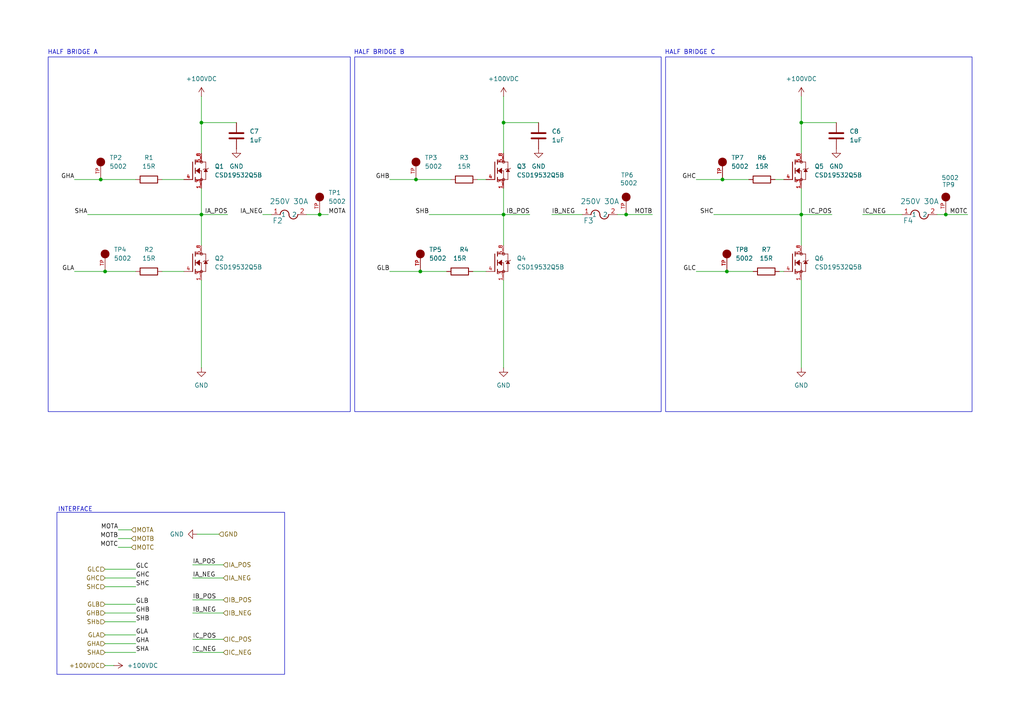
<source format=kicad_sch>
(kicad_sch (version 20250114) (generator "eeschema") (generator_version "9.0")
  (paper "A4")
  (title_block (date "2025-04-19") (rev "1"))
  (lib_symbols
    (symbol "2025-02-24_21-09-15:0463030.ER" (pin_names (offset 0.254))
      (property "Reference" "F" (at 5.08 3.175 0))
      (property "Value" "0463030.ER" (at 5.08 -3.175 0))
      (symbol "0463030.ER_1_1"
        (arc (start 2.54 0) (mid 3.81 1.2645) (end 5.08 0) (stroke (width 0.254)))
        (arc (start 7.62 0) (mid 6.35 -1.2645) (end 5.08 0) (stroke (width 0.254)))
        (pin unspecified line (at 0 0 0) (length 2.54) (name "1") (number "1"))
        (pin unspecified line (at 10.16 0 180) (length 2.54) (name "2") (number "2"))
      )
      (symbol "0463030.ER_1_2"
        (arc (start 0 7.62) (mid 1.2645 6.35) (end 0 5.08) (stroke (width 0.254)))
        (arc (start 0 2.54) (mid -1.2645 3.81) (end 0 5.08) (stroke (width 0.254)))
        (pin unspecified line (at 0 10.16 270) (length 2.54) (name "2") (number "2"))
        (pin unspecified line (at 0 0 90) (length 2.54) (name "1") (number "1"))
      )
    )
    (symbol "5002:5002" (pin_names (offset 1.016))
      (property "Reference" "TP" (at -2.5444 2.5415 0))
      (property "Value" "5002" (at -2.55 -5.0866 0))
      (symbol "5002_0_0"
        (circle (center 0 0) (radius 0.635) (stroke (width 1.27)))
        (pin passive line (at -5.08 0 0) (length 5.08) (name "~") (number "TP"))
      )
    )
    (symbol "CSD19532Q5B:CSD19532Q5B" (pin_names (offset 1.016))
      (property "Reference" "Q" (at -8.89 2.54 0))
      (property "Value" "CSD19532Q5B" (at -8.89 -7.62 0))
      (symbol "CSD19532Q5B_0_0"
        (polyline (pts (xy 0 2.54) (xy 0 -2.54)) (stroke (width 0.254)))
        (polyline (pts (xy 0.762 3.175) (xy 0.762 2.54)) (stroke (width 0.254)))
        (polyline (pts (xy 0.762 2.54) (xy 0.762 1.905)) (stroke (width 0.254)))
        (polyline (pts (xy 0.762 2.54) (xy 3.81 2.54)) (stroke (width 0.1524)))
        (polyline (pts (xy 0.762 0.762) (xy 0.762 0)) (stroke (width 0.254)))
        (polyline (pts (xy 0.762 0) (xy 0.762 -0.762)) (stroke (width 0.254)))
        (polyline (pts (xy 0.762 0) (xy 2.54 0)) (stroke (width 0.1524)))
        (polyline (pts (xy 0.762 -1.905) (xy 0.762 -2.54)) (stroke (width 0.254)))
        (polyline (pts (xy 0.762 -2.54) (xy 0.762 -3.175)) (stroke (width 0.254)))
        (polyline (pts (xy 1.016 0) (xy 2.032 0.762) (xy 2.032 -0.762) (xy 1.016 0)) (stroke (width 0.1524)) (fill (type outline)))
        (circle (center 2.54 2.54) (radius 0.3592))
        (polyline (pts (xy 2.54 0) (xy 2.54 -2.54)) (stroke (width 0.1524)))
        (polyline (pts (xy 2.54 -2.54) (xy 0.762 -2.54)) (stroke (width 0.1524)))
        (polyline (pts (xy 2.54 -2.54) (xy 3.81 -2.54)) (stroke (width 0.1524)))
        (circle (center 2.54 -2.54) (radius 0.3592))
        (polyline (pts (xy 3.302 0.508) (xy 3.048 0.254)) (stroke (width 0.1524)))
        (polyline (pts (xy 3.81 2.54) (xy 3.81 0.508)) (stroke (width 0.1524)))
        (polyline (pts (xy 3.81 0.508) (xy 3.302 0.508)) (stroke (width 0.1524)))
        (polyline (pts (xy 3.81 0.508) (xy 3.81 -2.54)) (stroke (width 0.1524)))
        (polyline (pts (xy 3.81 0.508) (xy 3.302 -0.254) (xy 4.318 -0.254) (xy 3.81 0.508)) (stroke (width 0.1524)) (fill (type outline)))
        (polyline (pts (xy 4.318 0.508) (xy 3.81 0.508)) (stroke (width 0.1524)))
        (polyline (pts (xy 4.572 0.762) (xy 4.318 0.508)) (stroke (width 0.1524)))
        (pin passive line (at -2.54 -2.54 0) (length 2.54) (name "~") (number "4"))
        (pin passive line (at 2.54 5.08 270) (length 2.54) (name "~") (number "5_8"))
        (pin passive line (at 2.54 -5.08 90) (length 2.54) (name "~") (number "1_3"))
      )
    )
    (symbol "CSD19532Q5B_1" (pin_names (offset 1.016))
      (property "Reference" "Q2" (at 6.35 1.2701 0))
      (property "Value" "CSD19532Q5B" (at 6.35 -1.2699 0))
      (symbol "CSD19532Q5B_1_0_0"
        (polyline (pts (xy 0 2.54) (xy 0 -2.54)) (stroke (width 0.254)))
        (polyline (pts (xy 0.762 3.175) (xy 0.762 2.54)) (stroke (width 0.254)))
        (polyline (pts (xy 0.762 2.54) (xy 0.762 1.905)) (stroke (width 0.254)))
        (polyline (pts (xy 0.762 2.54) (xy 3.81 2.54)) (stroke (width 0.1524)))
        (polyline (pts (xy 0.762 0.762) (xy 0.762 0)) (stroke (width 0.254)))
        (polyline (pts (xy 0.762 0) (xy 0.762 -0.762)) (stroke (width 0.254)))
        (polyline (pts (xy 0.762 0) (xy 2.54 0)) (stroke (width 0.1524)))
        (polyline (pts (xy 0.762 -1.905) (xy 0.762 -2.54)) (stroke (width 0.254)))
        (polyline (pts (xy 0.762 -2.54) (xy 0.762 -3.175)) (stroke (width 0.254)))
        (polyline (pts (xy 1.016 0) (xy 2.032 0.762) (xy 2.032 -0.762) (xy 1.016 0)) (stroke (width 0.1524)) (fill (type outline)))
        (circle (center 2.54 2.54) (radius 0.3592))
        (polyline (pts (xy 2.54 0) (xy 2.54 -2.54)) (stroke (width 0.1524)))
        (polyline (pts (xy 2.54 -2.54) (xy 0.762 -2.54)) (stroke (width 0.1524)))
        (polyline (pts (xy 2.54 -2.54) (xy 3.81 -2.54)) (stroke (width 0.1524)))
        (circle (center 2.54 -2.54) (radius 0.3592))
        (polyline (pts (xy 3.302 0.508) (xy 3.048 0.254)) (stroke (width 0.1524)))
        (polyline (pts (xy 3.81 2.54) (xy 3.81 0.508)) (stroke (width 0.1524)))
        (polyline (pts (xy 3.81 0.508) (xy 3.302 0.508)) (stroke (width 0.1524)))
        (polyline (pts (xy 3.81 0.508) (xy 3.81 -2.54)) (stroke (width 0.1524)))
        (polyline (pts (xy 3.81 0.508) (xy 3.302 -0.254) (xy 4.318 -0.254) (xy 3.81 0.508)) (stroke (width 0.1524)) (fill (type outline)))
        (polyline (pts (xy 4.318 0.508) (xy 3.81 0.508)) (stroke (width 0.1524)))
        (polyline (pts (xy 4.572 0.762) (xy 4.318 0.508)) (stroke (width 0.1524)))
        (pin passive line (at -2.54 -2.54 0) (length 2.54) (name "~") (number "4"))
        (pin passive line (at 2.54 5.08 270) (length 2.54) (name "~") (number "5_8"))
        (pin passive line (at 2.54 -5.08 90) (length 2.54) (name "~") (number "1_3"))
      )
    )
    (symbol "Device:C" (pin_numbers (hide yes)) (pin_names (offset 0.254))
      (property "Reference" "C" (at 0.635 2.54 0))
      (property "Value" "C" (at 0.635 -2.54 0))
      (symbol "C_0_1"
        (polyline (pts (xy -2.032 0.762) (xy 2.032 0.762)) (stroke (width 0.508)))
        (polyline (pts (xy -2.032 -0.762) (xy 2.032 -0.762)) (stroke (width 0.508)))
      )
      (symbol "C_1_1"
        (pin passive line (at 0 3.81 270) (length 2.794) (name "~") (number "1"))
        (pin passive line (at 0 -3.81 90) (length 2.794) (name "~") (number "2"))
      )
    )
    (symbol "Device:R" (pin_numbers (hide yes)) (pin_names (offset 0))
      (property "Reference" "R" (at 2.032 0 90))
      (property "Value" "R" (at 0 0 90))
      (symbol "R_0_1"
        (rectangle (start -1.016 -2.54) (end 1.016 2.54) (stroke (width 0.254)))
      )
      (symbol "R_1_1"
        (pin passive line (at 0 3.81 270) (length 1.27) (name "~") (number "1"))
        (pin passive line (at 0 -3.81 90) (length 1.27) (name "~") (number "2"))
      )
    )
    (symbol "power:+12V" (power) (pin_numbers (hide yes)) (pin_names (offset 0) (hide yes))
      (property "Value" "+12V" (at 0 3.556 0))
      (symbol "+12V_0_1"
        (polyline (pts (xy -0.762 1.27) (xy 0 2.54)))
        (polyline (pts (xy 0 2.54) (xy 0.762 1.27)))
        (polyline (pts (xy 0 0) (xy 0 2.54)))
      )
      (symbol "+12V_1_1"
        (pin power_in line (at 0 0 90) (length 0) (name "~") (number "1"))
      )
    )
    (symbol "power:GND" (power) (pin_numbers (hide yes)) (pin_names (offset 0) (hide yes))
      (property "Value" "GND" (at 0 -3.81 0))
      (symbol "GND_0_1"
        (polyline (pts (xy 0 0) (xy 0 -1.27) (xy 1.27 -1.27) (xy 0 -2.54) (xy -1.27 -1.27) (xy 0 -1.27)))
      )
      (symbol "GND_1_1"
        (pin power_in line (at 0 0 270) (length 0) (name "~") (number "1"))
      )
    )
  )
  (rectangle (start 193.04 16.51) (end 281.94 119.38))
  (rectangle (start 16.51 148.59) (end 82.55 195.58))
  (rectangle (start 13.97 16.51) (end 101.6 119.38))
  (rectangle (start 102.87 16.51) (end 191.77 119.38))
  (text "HALF BRIDGE B\n" (at 109.982 15.24 0) (effects (font (size 1.27 1.27))))
  (text "HALF BRIDGE A\n" (at 21.082 15.24 0) (effects (font (size 1.27 1.27))))
  (text "INTERFACE\n" (at 21.844 147.828 0) (effects (font (size 1.27 1.27))))
  (text "HALF BRIDGE C\n" (at 200.152 15.24 0) (effects (font (size 1.27 1.27))))
  (junction (at 146.05 35.56))
  (junction (at 274.32 62.23))
  (junction (at 232.41 62.23))
  (junction (at 58.42 35.56))
  (junction (at 29.21 52.07))
  (junction (at 209.55 52.07))
  (junction (at 210.82 78.74))
  (junction (at 181.61 62.23))
  (junction (at 92.71 62.23))
  (junction (at 30.48 78.74))
  (junction (at 146.05 62.23))
  (junction (at 232.41 35.56))
  (junction (at 121.92 78.74))
  (junction (at 58.42 62.23))
  (junction (at 120.65 52.07))
  (wire (pts (xy 121.92 78.74) (xy 129.54 78.74)))
  (wire (pts (xy 38.1 158.75) (xy 34.29 158.75)))
  (wire (pts (xy 55.88 163.83) (xy 64.77 163.83)))
  (wire (pts (xy 39.37 175.26) (xy 30.48 175.26)))
  (wire (pts (xy 210.82 78.74) (xy 218.44 78.74)))
  (wire (pts (xy 146.05 62.23) (xy 146.05 71.12)))
  (wire (pts (xy 146.05 27.94) (xy 146.05 35.56)))
  (wire (pts (xy 232.41 35.56) (xy 232.41 44.45)))
  (wire (pts (xy 33.02 193.04) (xy 30.48 193.04)))
  (wire (pts (xy 46.99 52.07) (xy 53.34 52.07)))
  (wire (pts (xy 124.46 62.23) (xy 146.05 62.23)))
  (wire (pts (xy 232.41 62.23) (xy 232.41 71.12)))
  (wire (pts (xy 55.88 173.99) (xy 64.77 173.99)))
  (wire (pts (xy 46.99 78.74) (xy 53.34 78.74)))
  (wire (pts (xy 58.42 62.23) (xy 66.04 62.23)))
  (wire (pts (xy 39.37 189.23) (xy 30.48 189.23)))
  (wire (pts (xy 160.02 62.23) (xy 168.91 62.23)))
  (wire (pts (xy 242.57 35.56) (xy 232.41 35.56)))
  (wire (pts (xy 146.05 35.56) (xy 146.05 44.45)))
  (wire (pts (xy 138.43 52.07) (xy 140.97 52.07)))
  (wire (pts (xy 30.48 78.74) (xy 39.37 78.74)))
  (wire (pts (xy 58.42 62.23) (xy 58.42 71.12)))
  (wire (pts (xy 58.42 27.94) (xy 58.42 35.56)))
  (wire (pts (xy 146.05 54.61) (xy 146.05 62.23)))
  (wire (pts (xy 181.61 62.23) (xy 189.23 62.23)))
  (wire (pts (xy 232.41 54.61) (xy 232.41 62.23)))
  (wire (pts (xy 271.78 62.23) (xy 274.32 62.23)))
  (wire (pts (xy 38.1 156.21) (xy 34.29 156.21)))
  (wire (pts (xy 39.37 186.69) (xy 30.48 186.69)))
  (wire (pts (xy 63.5 154.94) (xy 57.15 154.94)))
  (wire (pts (xy 250.19 62.23) (xy 261.62 62.23)))
  (wire (pts (xy 21.59 52.07) (xy 29.21 52.07)))
  (wire (pts (xy 232.41 27.94) (xy 232.41 35.56)))
  (wire (pts (xy 39.37 170.18) (xy 30.48 170.18)))
  (wire (pts (xy 156.21 35.56) (xy 146.05 35.56)))
  (wire (pts (xy 55.88 189.23) (xy 64.77 189.23)))
  (wire (pts (xy 201.93 52.07) (xy 209.55 52.07)))
  (wire (pts (xy 55.88 177.8) (xy 64.77 177.8)))
  (wire (pts (xy 39.37 167.64) (xy 30.48 167.64)))
  (wire (pts (xy 39.37 180.34) (xy 30.48 180.34)))
  (wire (pts (xy 55.88 185.42) (xy 64.77 185.42)))
  (wire (pts (xy 146.05 81.28) (xy 146.05 106.68)))
  (wire (pts (xy 201.93 78.74) (xy 210.82 78.74)))
  (wire (pts (xy 39.37 184.15) (xy 30.48 184.15)))
  (wire (pts (xy 113.03 52.07) (xy 120.65 52.07)))
  (wire (pts (xy 232.41 62.23) (xy 241.3 62.23)))
  (wire (pts (xy 120.65 52.07) (xy 130.81 52.07)))
  (wire (pts (xy 224.79 52.07) (xy 227.33 52.07)))
  (wire (pts (xy 137.16 78.74) (xy 140.97 78.74)))
  (wire (pts (xy 39.37 177.8) (xy 30.48 177.8)))
  (wire (pts (xy 38.1 153.67) (xy 34.29 153.67)))
  (wire (pts (xy 55.88 167.64) (xy 64.77 167.64)))
  (wire (pts (xy 21.59 78.74) (xy 30.48 78.74)))
  (wire (pts (xy 226.06 78.74) (xy 227.33 78.74)))
  (wire (pts (xy 232.41 81.28) (xy 232.41 106.68)))
  (wire (pts (xy 29.21 52.07) (xy 39.37 52.07)))
  (wire (pts (xy 58.42 81.28) (xy 58.42 106.68)))
  (wire (pts (xy 58.42 54.61) (xy 58.42 62.23)))
  (wire (pts (xy 92.71 62.23) (xy 95.25 62.23)))
  (wire (pts (xy 209.55 52.07) (xy 217.17 52.07)))
  (wire (pts (xy 76.2 62.23) (xy 78.74 62.23)))
  (wire (pts (xy 146.05 62.23) (xy 153.67 62.23)))
  (wire (pts (xy 58.42 35.56) (xy 58.42 44.45)))
  (wire (pts (xy 39.37 165.1) (xy 30.48 165.1)))
  (wire (pts (xy 113.03 78.74) (xy 121.92 78.74)))
  (wire (pts (xy 68.58 35.56) (xy 58.42 35.56)))
  (wire (pts (xy 179.07 62.23) (xy 181.61 62.23)))
  (wire (pts (xy 274.32 62.23) (xy 280.67 62.23)))
  (wire (pts (xy 25.4 62.23) (xy 58.42 62.23)))
  (wire (pts (xy 207.01 62.23) (xy 232.41 62.23)))
  (wire (pts (xy 88.9 62.23) (xy 92.71 62.23)))
  (label "SHB" (at 124.46 62.23 180))
  (label "IC_POS" (at 55.88 185.42 0))
  (label "MOTB" (at 189.23 62.23 180))
  (label "GHB" (at 39.37 177.8 0))
  (label "GHA" (at 39.37 186.69 0))
  (label "GLC" (at 201.93 78.74 180))
  (label "SHA" (at 39.37 189.23 0))
  (label "IC_POS" (at 241.3 62.23 180))
  (label "GHC" (at 39.37 167.64 0))
  (label "IB_POS" (at 55.88 173.99 0))
  (label "GLB" (at 39.37 175.26 0))
  (label "GLB" (at 113.03 78.74 180))
  (label "GHB" (at 113.03 52.07 180))
  (label "MOTC" (at 34.29 158.75 180))
  (label "MOTC" (at 280.67 62.23 180))
  (label "IB_NEG" (at 160.02 62.23 0))
  (label "SHA" (at 25.4 62.23 180))
  (label "IC_NEG" (at 55.88 189.23 0))
  (label "IB_NEG" (at 55.88 177.8 0))
  (label "MOTA" (at 95.25 62.23 0))
  (label "IB_POS" (at 153.67 62.23 180))
  (label "GHA" (at 21.59 52.07 180))
  (label "MOTA" (at 34.29 153.67 180))
  (label "GHC" (at 201.93 52.07 180))
  (label "IA_NEG" (at 55.88 167.64 0))
  (label "IC_NEG" (at 250.19 62.23 0))
  (label "SHC" (at 207.01 62.23 180))
  (label "IA_POS" (at 55.88 163.83 0))
  (label "GLA" (at 21.59 78.74 180))
  (label "GLC" (at 39.37 165.1 0))
  (label "IA_NEG" (at 76.2 62.23 180))
  (label "MOTB" (at 34.29 156.21 180))
  (label "GLA" (at 39.37 184.15 0))
  (label "IA_POS" (at 66.04 62.23 180))
  (label "SHB" (at 39.37 180.34 0))
  (label "SHC" (at 39.37 170.18 0))
  (hierarchical_label "MOTC" (shape input) (at 38.1 158.75 0))
  (hierarchical_label "IB_NEG" (shape input) (at 64.77 177.8 0))
  (hierarchical_label "GLC" (shape input) (at 30.48 165.1 180))
  (hierarchical_label "GHC" (shape input) (at 30.48 167.64 180))
  (hierarchical_label "IC_POS" (shape input) (at 64.77 185.42 0))
  (hierarchical_label "GHA" (shape input) (at 30.48 186.69 180))
  (hierarchical_label "GHB" (shape input) (at 30.48 177.8 180))
  (hierarchical_label "MOTA" (shape input) (at 38.1 153.67 0))
  (hierarchical_label "IA_POS" (shape input) (at 64.77 163.83 0))
  (hierarchical_label "SHb" (shape input) (at 30.48 180.34 180))
  (hierarchical_label "MOTB" (shape input) (at 38.1 156.21 0))
  (hierarchical_label "IC_NEG" (shape input) (at 64.77 189.23 0))
  (hierarchical_label "IB_POS" (shape input) (at 64.77 173.99 0))
  (hierarchical_label "GND" (shape input) (at 63.5 154.94 0))
  (hierarchical_label "GLB" (shape input) (at 30.48 175.26 180))
  (hierarchical_label "SHC" (shape input) (at 30.48 170.18 180))
  (hierarchical_label "SHA" (shape input) (at 30.48 189.23 180))
  (hierarchical_label "IA_NEG" (shape input) (at 64.77 167.64 0))
  (hierarchical_label "+100VDC" (shape input) (at 30.48 193.04 180))
  (hierarchical_label "GLA" (shape input) (at 30.48 184.15 180))
  (symbol (lib_id "5002:5002") (at 274.32 57.15 90) (unit 1)
    (property "Reference" "TP9" (at 273.304 53.594 90) (effects (justify right)))
    (property "Value" "5002" (at 273.05 51.562 90) (effects (justify right)))
    (property "Footprint" "5002:KEYSTONE_5002" (effects (hide yes)))
    (property "PARTREV" "H" (effects (hide yes)))
    (property "STANDARD" "Manufacturer Recommendations" (effects (hide yes)))
    (property "SNAPEDA_PN" "5000" (effects (hide yes)))
    (property "MAXIMUM_PACKAGE_HEIGHT" "4.57 mm" (effects (hide yes)))
    (property "MANUFACTURER" "Keystone" (effects (hide yes)))
  )
  (symbol (lib_id "Device:C") (at 68.58 39.37 0) (unit 1)
    (property "Reference" "C7" (at 72.39 38.0999 0) (effects (justify left)))
    (property "Value" "1uF" (at 72.39 40.6399 0) (effects (justify left)))
    (property "Footprint" "Capacitor_SMD:C_1210_3225Metric" (effects (hide yes)))
    (property "Datasheet" "https://www.digikey.ca/en/products/detail/tdk-corporation/CGA6M2X7R2A105K200AA/2443343" (effects (hide yes)))
    (property "Description" "Unpolarized capacitor" (effects (hide yes)))
    (property "Part Number" "CGA6M2X7R2A105K200AA" (effects (hide yes)))
  )
  (symbol (lib_id "5002:5002") (at 92.71 57.15 90) (unit 1)
    (property "Reference" "TP1" (at 95.25 55.8799 90) (effects (justify right)))
    (property "Value" "5002" (at 95.25 58.4199 90) (effects (justify right)))
    (property "Footprint" "5002:KEYSTONE_5002" (effects (hide yes)))
    (property "PARTREV" "H" (effects (hide yes)))
    (property "STANDARD" "Manufacturer Recommendations" (effects (hide yes)))
    (property "SNAPEDA_PN" "5000" (effects (hide yes)))
    (property "MAXIMUM_PACKAGE_HEIGHT" "4.57 mm" (effects (hide yes)))
    (property "MANUFACTURER" "Keystone" (effects (hide yes)))
  )
  (symbol (lib_id "5002:5002") (at 30.48 73.66 90) (unit 1)
    (property "Reference" "TP4" (at 33.02 72.3899 90) (effects (justify right)))
    (property "Value" "5002" (at 33.02 74.9299 90) (effects (justify right)))
    (property "Footprint" "5002:KEYSTONE_5002" (effects (hide yes)))
    (property "PARTREV" "H" (effects (hide yes)))
    (property "STANDARD" "Manufacturer Recommendations" (effects (hide yes)))
    (property "SNAPEDA_PN" "5000" (effects (hide yes)))
    (property "MAXIMUM_PACKAGE_HEIGHT" "4.57 mm" (effects (hide yes)))
    (property "MANUFACTURER" "Keystone" (effects (hide yes)))
  )
  (symbol (lib_id "Device:R") (at 43.18 52.07 90) (unit 1)
    (property "Reference" "R1" (at 43.18 45.72 90))
    (property "Value" "15R" (at 43.18 48.26 90))
    (property "Footprint" "Resistor_SMD:R_0805_2012Metric" (effects (hide yes)))
    (property "Datasheet" "https://www.digikey.ca/en/products/detail/panasonic-electronic-components/ERJ-6GEYJ150V/82975?s=N4IgTCBcDaIKICUBSBaAbAcTgTSQRgFYAGANRAF0BfIA" (effects (hide yes)))
    (property "Description" "Resistor" (effects (hide yes)))
    (property "Part Number" "ERJ-6GEYJ150V" (effects (hide yes)))
  )
  (symbol (lib_id "2025-02-24_21-09-15:0463030.ER") (at 78.74 62.23 0) (unit 1)
    (property "Reference" "F2" (at 80.518 64.008 0) (effects (font (size 1.524 1.524))))
    (property "Value" "250V 30A" (at 83.82 58.42 0) (effects (font (size 1.524 1.524))))
    (property "Footprint" "0463030_ER:FUSE_0463_LTF-M" (effects (hide yes)))
    (property "Datasheet" "0463030.ER" (effects (hide yes)))
    (property "Part Number" "0463030.ER" (effects (hide yes)))
  )
  (symbol (lib_name "CSD19532Q5B_1") (lib_id "CSD19532Q5B:CSD19532Q5B") (at 55.88 76.2 0) (unit 1)
    (property "Reference" "Q2" (at 62.23 74.9299 0) (effects (justify left)))
    (property "Value" "CSD19532Q5B" (at 62.23 77.4699 0) (effects (justify left)))
    (property "Footprint" "CSD19532Q5B:TRANS_CSD19532Q5B" (effects (hide yes)))
    (property "PARTREV" "B" (effects (hide yes)))
    (property "STANDARD" "Manufacturer Recommendations" (effects (hide yes)))
    (property "MAXIMUM_PACKAGE_HEIGHT" "1.05 mm" (effects (hide yes)))
    (property "MANUFACTURER" "Texas Instruments" (effects (hide yes)))
  )
  (symbol (lib_id "5002:5002") (at 209.55 46.99 90) (unit 1)
    (property "Reference" "TP7" (at 212.09 45.7199 90) (effects (justify right)))
    (property "Value" "5002" (at 212.09 48.2599 90) (effects (justify right)))
    (property "Footprint" "5002:KEYSTONE_5002" (effects (hide yes)))
    (property "PARTREV" "H" (effects (hide yes)))
    (property "STANDARD" "Manufacturer Recommendations" (effects (hide yes)))
    (property "SNAPEDA_PN" "5000" (effects (hide yes)))
    (property "MAXIMUM_PACKAGE_HEIGHT" "4.57 mm" (effects (hide yes)))
    (property "MANUFACTURER" "Keystone" (effects (hide yes)))
  )
  (symbol (lib_id "power:GND") (at 242.57 43.18 0) (unit 1)
    (property "Reference" "#PWR028" (effects (hide yes)))
    (property "Value" "GND" (at 242.57 48.26 0))
    (property "Description" "Power symbol creates a global label with name \"GND\" , ground" (effects (hide yes)))
  )
  (symbol (lib_id "CSD19532Q5B:CSD19532Q5B") (at 229.87 49.53 0) (unit 1)
    (property "Reference" "Q5" (at 236.22 48.2599 0) (effects (justify left)))
    (property "Value" "CSD19532Q5B" (at 236.22 50.7999 0) (effects (justify left)))
    (property "Footprint" "CSD19532Q5B:TRANS_CSD19532Q5B" (effects (hide yes)))
    (property "PARTREV" "B" (effects (hide yes)))
    (property "STANDARD" "Manufacturer Recommendations" (effects (hide yes)))
    (property "MAXIMUM_PACKAGE_HEIGHT" "1.05 mm" (effects (hide yes)))
    (property "MANUFACTURER" "Texas Instruments" (effects (hide yes)))
  )
  (symbol (lib_id "5002:5002") (at 29.21 46.99 90) (unit 1)
    (property "Reference" "TP2" (at 31.75 45.7199 90) (effects (justify right)))
    (property "Value" "5002" (at 31.75 48.2599 90) (effects (justify right)))
    (property "Footprint" "5002:KEYSTONE_5002" (effects (hide yes)))
    (property "PARTREV" "H" (effects (hide yes)))
    (property "STANDARD" "Manufacturer Recommendations" (effects (hide yes)))
    (property "SNAPEDA_PN" "5000" (effects (hide yes)))
    (property "MAXIMUM_PACKAGE_HEIGHT" "4.57 mm" (effects (hide yes)))
    (property "MANUFACTURER" "Keystone" (effects (hide yes)))
  )
  (symbol (lib_id "power:GND") (at 146.05 106.68 0) (unit 1)
    (property "Reference" "#PWR023" (effects (hide yes)))
    (property "Value" "GND" (at 146.05 111.76 0))
    (property "Description" "Power symbol creates a global label with name \"GND\" , ground" (effects (hide yes)))
  )
  (symbol (lib_id "2025-02-24_21-09-15:0463030.ER") (at 168.91 62.23 0) (unit 1)
    (property "Reference" "F3" (at 170.688 64.008 0) (effects (font (size 1.524 1.524))))
    (property "Value" "250V 30A" (at 173.99 58.42 0) (effects (font (size 1.524 1.524))))
    (property "Footprint" "0463030_ER:FUSE_0463_LTF-M" (effects (hide yes)))
    (property "Datasheet" "0463030.ER" (effects (hide yes)))
    (property "Part Number" "0463030.ER" (effects (hide yes)))
  )
  (symbol (lib_id "Device:R") (at 222.25 78.74 90) (unit 1)
    (property "Reference" "R7" (at 222.25 72.39 90))
    (property "Value" "15R" (at 222.25 74.93 90))
    (property "Footprint" "Resistor_SMD:R_0805_2012Metric" (effects (hide yes)))
    (property "Datasheet" "https://www.digikey.ca/en/products/detail/panasonic-electronic-components/ERJ-6GEYJ150V/82975?s=N4IgTCBcDaIKICUBSBaAbAcTgTSQRgFYAGANRAF0BfIA" (effects (hide yes)))
    (property "Description" "Resistor" (effects (hide yes)))
    (property "Part Number" "ERJ-6GEYJ150V" (effects (hide yes)))
  )
  (symbol (lib_id "Device:R") (at 220.98 52.07 90) (unit 1)
    (property "Reference" "R6" (at 220.98 45.72 90))
    (property "Value" "15R" (at 220.98 48.26 90))
    (property "Footprint" "Resistor_SMD:R_0805_2012Metric" (effects (hide yes)))
    (property "Datasheet" "https://www.digikey.ca/en/products/detail/panasonic-electronic-components/ERJ-6GEYJ150V/82975?s=N4IgTCBcDaIKICUBSBaAbAcTgTSQRgFYAGANRAF0BfIA" (effects (hide yes)))
    (property "Description" "Resistor" (effects (hide yes)))
    (property "Part Number" "ERJ-6GEYJ150V" (effects (hide yes)))
  )
  (symbol (lib_id "Device:R") (at 43.18 78.74 90) (unit 1)
    (property "Reference" "R2" (at 43.18 72.39 90))
    (property "Value" "15R" (at 43.18 74.93 90))
    (property "Footprint" "Resistor_SMD:R_0805_2012Metric" (effects (hide yes)))
    (property "Datasheet" "https://www.digikey.ca/en/products/detail/panasonic-electronic-components/ERJ-6GEYJ150V/82975?s=N4IgTCBcDaIKICUBSBaAbAcTgTSQRgFYAGANRAF0BfIA" (effects (hide yes)))
    (property "Description" "Resistor" (effects (hide yes)))
    (property "Part Number" "ERJ-6GEYJ150V" (effects (hide yes)))
  )
  (symbol (lib_id "CSD19532Q5B:CSD19532Q5B") (at 229.87 76.2 0) (unit 1)
    (property "Reference" "Q6" (at 236.22 74.9299 0) (effects (justify left)))
    (property "Value" "CSD19532Q5B" (at 236.22 77.4699 0) (effects (justify left)))
    (property "Footprint" "CSD19532Q5B:TRANS_CSD19532Q5B" (effects (hide yes)))
    (property "PARTREV" "B" (effects (hide yes)))
    (property "STANDARD" "Manufacturer Recommendations" (effects (hide yes)))
    (property "MAXIMUM_PACKAGE_HEIGHT" "1.05 mm" (effects (hide yes)))
    (property "MANUFACTURER" "Texas Instruments" (effects (hide yes)))
  )
  (symbol (lib_id "Device:R") (at 134.62 52.07 90) (unit 1)
    (property "Reference" "R3" (at 134.62 45.72 90))
    (property "Value" "15R" (at 134.62 48.26 90))
    (property "Footprint" "Resistor_SMD:R_0805_2012Metric" (effects (hide yes)))
    (property "Datasheet" "https://www.digikey.ca/en/products/detail/panasonic-electronic-components/ERJ-6GEYJ150V/82975?s=N4IgTCBcDaIKICUBSBaAbAcTgTSQRgFYAGANRAF0BfIA" (effects (hide yes)))
    (property "Description" "Resistor" (effects (hide yes)))
    (property "Part Number" "ERJ-6GEYJ150V" (effects (hide yes)))
  )
  (symbol (lib_id "power:GND") (at 232.41 106.68 0) (unit 1)
    (property "Reference" "#PWR027" (effects (hide yes)))
    (property "Value" "GND" (at 232.41 111.76 0))
    (property "Description" "Power symbol creates a global label with name \"GND\" , ground" (effects (hide yes)))
  )
  (symbol (lib_id "power:GND") (at 156.21 43.18 0) (unit 1)
    (property "Reference" "#PWR024" (effects (hide yes)))
    (property "Value" "GND" (at 156.21 48.26 0))
    (property "Description" "Power symbol creates a global label with name \"GND\" , ground" (effects (hide yes)))
  )
  (symbol (lib_id "power:GND") (at 58.42 106.68 0) (unit 1)
    (property "Reference" "#PWR018" (effects (hide yes)))
    (property "Value" "GND" (at 58.42 111.76 0))
    (property "Description" "Power symbol creates a global label with name \"GND\" , ground" (effects (hide yes)))
  )
  (symbol (lib_id "CSD19532Q5B:CSD19532Q5B") (at 55.88 49.53 0) (unit 1)
    (property "Reference" "Q1" (at 62.23 48.2599 0) (effects (justify left)))
    (property "Value" "CSD19532Q5B" (at 62.23 50.7999 0) (effects (justify left)))
    (property "Footprint" "CSD19532Q5B:TRANS_CSD19532Q5B" (effects (hide yes)))
    (property "PARTREV" "B" (effects (hide yes)))
    (property "STANDARD" "Manufacturer Recommendations" (effects (hide yes)))
    (property "MAXIMUM_PACKAGE_HEIGHT" "1.05 mm" (effects (hide yes)))
    (property "MANUFACTURER" "Texas Instruments" (effects (hide yes)))
  )
  (symbol (lib_id "power:GND") (at 57.15 154.94 270) (unit 1)
    (property "Reference" "#PWR017" (effects (hide yes)))
    (property "Value" "GND" (at 53.34 154.9401 90) (effects (justify right)))
    (property "Description" "Power symbol creates a global label with name \"GND\" , ground" (effects (hide yes)))
  )
  (symbol (lib_id "power:+12V") (at 232.41 27.94 0) (unit 1)
    (property "Reference" "#PWR026" (effects (hide yes)))
    (property "Value" "+100VDC" (at 232.41 22.86 0))
    (property "Description" "Power symbol creates a global label with name \"+12V\"" (effects (hide yes)))
  )
  (symbol (lib_id "Device:C") (at 156.21 39.37 0) (unit 1)
    (property "Reference" "C6" (at 160.02 38.0999 0) (effects (justify left)))
    (property "Value" "1uF" (at 160.02 40.6399 0) (effects (justify left)))
    (property "Footprint" "Capacitor_SMD:C_1210_3225Metric" (effects (hide yes)))
    (property "Datasheet" "https://www.digikey.ca/en/products/detail/tdk-corporation/CGA6M2X7R2A105K200AA/2443343" (effects (hide yes)))
    (property "Description" "Unpolarized capacitor" (effects (hide yes)))
    (property "Part Number" "CGA6M2X7R2A105K200AA" (effects (hide yes)))
  )
  (symbol (lib_id "5002:5002") (at 121.92 73.66 90) (unit 1)
    (property "Reference" "TP5" (at 124.46 72.3899 90) (effects (justify right)))
    (property "Value" "5002" (at 124.46 74.9299 90) (effects (justify right)))
    (property "Footprint" "5002:KEYSTONE_5002" (effects (hide yes)))
    (property "PARTREV" "H" (effects (hide yes)))
    (property "STANDARD" "Manufacturer Recommendations" (effects (hide yes)))
    (property "SNAPEDA_PN" "5000" (effects (hide yes)))
    (property "MAXIMUM_PACKAGE_HEIGHT" "4.57 mm" (effects (hide yes)))
    (property "MANUFACTURER" "Keystone" (effects (hide yes)))
  )
  (symbol (lib_id "power:+12V") (at 33.02 193.04 270) (unit 1)
    (property "Reference" "#PWR015" (effects (hide yes)))
    (property "Value" "+100VDC" (at 36.83 193.0401 90) (effects (justify left)))
    (property "Description" "Power symbol creates a global label with name \"+12V\"" (effects (hide yes)))
  )
  (symbol (lib_id "power:+12V") (at 146.05 27.94 0) (unit 1)
    (property "Reference" "#PWR022" (effects (hide yes)))
    (property "Value" "+100VDC" (at 146.05 22.86 0))
    (property "Description" "Power symbol creates a global label with name \"+12V\"" (effects (hide yes)))
  )
  (symbol (lib_id "CSD19532Q5B:CSD19532Q5B") (at 143.51 76.2 0) (unit 1)
    (property "Reference" "Q4" (at 149.86 74.9299 0) (effects (justify left)))
    (property "Value" "CSD19532Q5B" (at 149.86 77.4699 0) (effects (justify left)))
    (property "Footprint" "CSD19532Q5B:TRANS_CSD19532Q5B" (effects (hide yes)))
    (property "PARTREV" "B" (effects (hide yes)))
    (property "STANDARD" "Manufacturer Recommendations" (effects (hide yes)))
    (property "MAXIMUM_PACKAGE_HEIGHT" "1.05 mm" (effects (hide yes)))
    (property "MANUFACTURER" "Texas Instruments" (effects (hide yes)))
  )
  (symbol (lib_id "power:+12V") (at 58.42 27.94 0) (unit 1)
    (property "Reference" "#PWR016" (effects (hide yes)))
    (property "Value" "+100VDC" (at 58.42 22.86 0))
    (property "Description" "Power symbol creates a global label with name \"+12V\"" (effects (hide yes)))
  )
  (symbol (lib_id "Device:R") (at 133.35 78.74 90) (unit 1)
    (property "Reference" "R4" (at 134.62 72.39 90))
    (property "Value" "15R" (at 133.35 74.93 90))
    (property "Footprint" "Resistor_SMD:R_0805_2012Metric" (effects (hide yes)))
    (property "Datasheet" "https://www.digikey.ca/en/products/detail/panasonic-electronic-components/ERJ-6GEYJ150V/82975?s=N4IgTCBcDaIKICUBSBaAbAcTgTSQRgFYAGANRAF0BfIA" (effects (hide yes)))
    (property "Description" "Resistor" (effects (hide yes)))
    (property "Part Number" "ERJ-6GEYJ150V" (effects (hide yes)))
  )
  (symbol (lib_id "5002:5002") (at 181.61 57.15 90) (unit 1)
    (property "Reference" "TP6" (at 180.086 50.8 90) (effects (justify right)))
    (property "Value" "5002" (at 179.832 53.086 90) (effects (justify right)))
    (property "Footprint" "5002:KEYSTONE_5002" (effects (hide yes)))
    (property "PARTREV" "H" (effects (hide yes)))
    (property "STANDARD" "Manufacturer Recommendations" (effects (hide yes)))
    (property "SNAPEDA_PN" "5000" (effects (hide yes)))
    (property "MAXIMUM_PACKAGE_HEIGHT" "4.57 mm" (effects (hide yes)))
    (property "MANUFACTURER" "Keystone" (effects (hide yes)))
  )
  (symbol (lib_id "5002:5002") (at 210.82 73.66 90) (unit 1)
    (property "Reference" "TP8" (at 213.36 72.3899 90) (effects (justify right)))
    (property "Value" "5002" (at 213.36 74.9299 90) (effects (justify right)))
    (property "Footprint" "5002:KEYSTONE_5002" (effects (hide yes)))
    (property "PARTREV" "H" (effects (hide yes)))
    (property "STANDARD" "Manufacturer Recommendations" (effects (hide yes)))
    (property "SNAPEDA_PN" "5000" (effects (hide yes)))
    (property "MAXIMUM_PACKAGE_HEIGHT" "4.57 mm" (effects (hide yes)))
    (property "MANUFACTURER" "Keystone" (effects (hide yes)))
  )
  (symbol (lib_id "5002:5002") (at 120.65 46.99 90) (unit 1)
    (property "Reference" "TP3" (at 123.19 45.7199 90) (effects (justify right)))
    (property "Value" "5002" (at 123.19 48.2599 90) (effects (justify right)))
    (property "Footprint" "5002:KEYSTONE_5002" (effects (hide yes)))
    (property "PARTREV" "H" (effects (hide yes)))
    (property "STANDARD" "Manufacturer Recommendations" (effects (hide yes)))
    (property "SNAPEDA_PN" "5000" (effects (hide yes)))
    (property "MAXIMUM_PACKAGE_HEIGHT" "4.57 mm" (effects (hide yes)))
    (property "MANUFACTURER" "Keystone" (effects (hide yes)))
  )
  (symbol (lib_id "Device:C") (at 242.57 39.37 0) (unit 1)
    (property "Reference" "C8" (at 246.38 38.0999 0) (effects (justify left)))
    (property "Value" "1uF" (at 246.38 40.6399 0) (effects (justify left)))
    (property "Footprint" "Capacitor_SMD:C_1210_3225Metric" (effects (hide yes)))
    (property "Datasheet" "https://www.digikey.ca/en/products/detail/tdk-corporation/CGA6M2X7R2A105K200AA/2443343" (effects (hide yes)))
    (property "Description" "Unpolarized capacitor" (effects (hide yes)))
    (property "Part Number" "CGA6M2X7R2A105K200AA" (effects (hide yes)))
  )
  (symbol (lib_id "CSD19532Q5B:CSD19532Q5B") (at 143.51 49.53 0) (unit 1)
    (property "Reference" "Q3" (at 149.86 48.2599 0) (effects (justify left)))
    (property "Value" "CSD19532Q5B" (at 149.86 50.7999 0) (effects (justify left)))
    (property "Footprint" "CSD19532Q5B:TRANS_CSD19532Q5B" (effects (hide yes)))
    (property "PARTREV" "B" (effects (hide yes)))
    (property "STANDARD" "Manufacturer Recommendations" (effects (hide yes)))
    (property "MAXIMUM_PACKAGE_HEIGHT" "1.05 mm" (effects (hide yes)))
    (property "MANUFACTURER" "Texas Instruments" (effects (hide yes)))
  )
  (symbol (lib_id "2025-02-24_21-09-15:0463030.ER") (at 261.62 62.23 0) (unit 1)
    (property "Reference" "F4" (at 263.398 64.008 0) (effects (font (size 1.524 1.524))))
    (property "Value" "250V 30A" (at 266.7 58.42 0) (effects (font (size 1.524 1.524))))
    (property "Footprint" "0463030_ER:FUSE_0463_LTF-M" (effects (hide yes)))
    (property "Datasheet" "0463030.ER" (effects (hide yes)))
    (property "Part Number" "0463030.ER" (effects (hide yes)))
  )
  (symbol (lib_id "power:GND") (at 68.58 43.18 0) (unit 1)
    (property "Reference" "#PWR020" (effects (hide yes)))
    (property "Value" "GND" (at 68.58 48.26 0))
    (property "Description" "Power symbol creates a global label with name \"GND\" , ground" (effects (hide yes)))
  )
)
</source>
